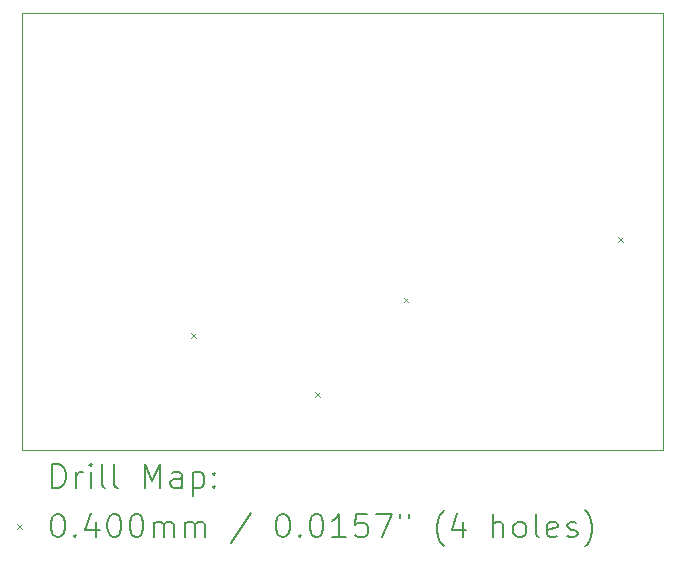
<source format=gbr>
%TF.GenerationSoftware,KiCad,Pcbnew,7.0.10*%
%TF.CreationDate,2024-10-31T16:29:59-04:00*%
%TF.ProjectId,pcb_v1,7063625f-7631-42e6-9b69-6361645f7063,rev?*%
%TF.SameCoordinates,Original*%
%TF.FileFunction,Drillmap*%
%TF.FilePolarity,Positive*%
%FSLAX45Y45*%
G04 Gerber Fmt 4.5, Leading zero omitted, Abs format (unit mm)*
G04 Created by KiCad (PCBNEW 7.0.10) date 2024-10-31 16:29:59*
%MOMM*%
%LPD*%
G01*
G04 APERTURE LIST*
%ADD10C,0.100000*%
%ADD11C,0.200000*%
G04 APERTURE END LIST*
D10*
X10675000Y-8700000D02*
X16100000Y-8700000D01*
X16100000Y-12400000D01*
X10675000Y-12400000D01*
X10675000Y-8700000D01*
D11*
D10*
X12105000Y-11405000D02*
X12145000Y-11445000D01*
X12145000Y-11405000D02*
X12105000Y-11445000D01*
X13155000Y-11905000D02*
X13195000Y-11945000D01*
X13195000Y-11905000D02*
X13155000Y-11945000D01*
X13905000Y-11105000D02*
X13945000Y-11145000D01*
X13945000Y-11105000D02*
X13905000Y-11145000D01*
X15718500Y-10593500D02*
X15758500Y-10633500D01*
X15758500Y-10593500D02*
X15718500Y-10633500D01*
D11*
X10930777Y-12716484D02*
X10930777Y-12516484D01*
X10930777Y-12516484D02*
X10978396Y-12516484D01*
X10978396Y-12516484D02*
X11006967Y-12526008D01*
X11006967Y-12526008D02*
X11026015Y-12545055D01*
X11026015Y-12545055D02*
X11035539Y-12564103D01*
X11035539Y-12564103D02*
X11045063Y-12602198D01*
X11045063Y-12602198D02*
X11045063Y-12630769D01*
X11045063Y-12630769D02*
X11035539Y-12668865D01*
X11035539Y-12668865D02*
X11026015Y-12687912D01*
X11026015Y-12687912D02*
X11006967Y-12706960D01*
X11006967Y-12706960D02*
X10978396Y-12716484D01*
X10978396Y-12716484D02*
X10930777Y-12716484D01*
X11130777Y-12716484D02*
X11130777Y-12583150D01*
X11130777Y-12621246D02*
X11140301Y-12602198D01*
X11140301Y-12602198D02*
X11149824Y-12592674D01*
X11149824Y-12592674D02*
X11168872Y-12583150D01*
X11168872Y-12583150D02*
X11187920Y-12583150D01*
X11254586Y-12716484D02*
X11254586Y-12583150D01*
X11254586Y-12516484D02*
X11245062Y-12526008D01*
X11245062Y-12526008D02*
X11254586Y-12535531D01*
X11254586Y-12535531D02*
X11264110Y-12526008D01*
X11264110Y-12526008D02*
X11254586Y-12516484D01*
X11254586Y-12516484D02*
X11254586Y-12535531D01*
X11378396Y-12716484D02*
X11359348Y-12706960D01*
X11359348Y-12706960D02*
X11349824Y-12687912D01*
X11349824Y-12687912D02*
X11349824Y-12516484D01*
X11483158Y-12716484D02*
X11464110Y-12706960D01*
X11464110Y-12706960D02*
X11454586Y-12687912D01*
X11454586Y-12687912D02*
X11454586Y-12516484D01*
X11711729Y-12716484D02*
X11711729Y-12516484D01*
X11711729Y-12516484D02*
X11778396Y-12659341D01*
X11778396Y-12659341D02*
X11845062Y-12516484D01*
X11845062Y-12516484D02*
X11845062Y-12716484D01*
X12026015Y-12716484D02*
X12026015Y-12611722D01*
X12026015Y-12611722D02*
X12016491Y-12592674D01*
X12016491Y-12592674D02*
X11997443Y-12583150D01*
X11997443Y-12583150D02*
X11959348Y-12583150D01*
X11959348Y-12583150D02*
X11940301Y-12592674D01*
X12026015Y-12706960D02*
X12006967Y-12716484D01*
X12006967Y-12716484D02*
X11959348Y-12716484D01*
X11959348Y-12716484D02*
X11940301Y-12706960D01*
X11940301Y-12706960D02*
X11930777Y-12687912D01*
X11930777Y-12687912D02*
X11930777Y-12668865D01*
X11930777Y-12668865D02*
X11940301Y-12649817D01*
X11940301Y-12649817D02*
X11959348Y-12640293D01*
X11959348Y-12640293D02*
X12006967Y-12640293D01*
X12006967Y-12640293D02*
X12026015Y-12630769D01*
X12121253Y-12583150D02*
X12121253Y-12783150D01*
X12121253Y-12592674D02*
X12140301Y-12583150D01*
X12140301Y-12583150D02*
X12178396Y-12583150D01*
X12178396Y-12583150D02*
X12197443Y-12592674D01*
X12197443Y-12592674D02*
X12206967Y-12602198D01*
X12206967Y-12602198D02*
X12216491Y-12621246D01*
X12216491Y-12621246D02*
X12216491Y-12678388D01*
X12216491Y-12678388D02*
X12206967Y-12697436D01*
X12206967Y-12697436D02*
X12197443Y-12706960D01*
X12197443Y-12706960D02*
X12178396Y-12716484D01*
X12178396Y-12716484D02*
X12140301Y-12716484D01*
X12140301Y-12716484D02*
X12121253Y-12706960D01*
X12302205Y-12697436D02*
X12311729Y-12706960D01*
X12311729Y-12706960D02*
X12302205Y-12716484D01*
X12302205Y-12716484D02*
X12292682Y-12706960D01*
X12292682Y-12706960D02*
X12302205Y-12697436D01*
X12302205Y-12697436D02*
X12302205Y-12716484D01*
X12302205Y-12592674D02*
X12311729Y-12602198D01*
X12311729Y-12602198D02*
X12302205Y-12611722D01*
X12302205Y-12611722D02*
X12292682Y-12602198D01*
X12292682Y-12602198D02*
X12302205Y-12592674D01*
X12302205Y-12592674D02*
X12302205Y-12611722D01*
D10*
X10630000Y-13025000D02*
X10670000Y-13065000D01*
X10670000Y-13025000D02*
X10630000Y-13065000D01*
D11*
X10968872Y-12936484D02*
X10987920Y-12936484D01*
X10987920Y-12936484D02*
X11006967Y-12946008D01*
X11006967Y-12946008D02*
X11016491Y-12955531D01*
X11016491Y-12955531D02*
X11026015Y-12974579D01*
X11026015Y-12974579D02*
X11035539Y-13012674D01*
X11035539Y-13012674D02*
X11035539Y-13060293D01*
X11035539Y-13060293D02*
X11026015Y-13098388D01*
X11026015Y-13098388D02*
X11016491Y-13117436D01*
X11016491Y-13117436D02*
X11006967Y-13126960D01*
X11006967Y-13126960D02*
X10987920Y-13136484D01*
X10987920Y-13136484D02*
X10968872Y-13136484D01*
X10968872Y-13136484D02*
X10949824Y-13126960D01*
X10949824Y-13126960D02*
X10940301Y-13117436D01*
X10940301Y-13117436D02*
X10930777Y-13098388D01*
X10930777Y-13098388D02*
X10921253Y-13060293D01*
X10921253Y-13060293D02*
X10921253Y-13012674D01*
X10921253Y-13012674D02*
X10930777Y-12974579D01*
X10930777Y-12974579D02*
X10940301Y-12955531D01*
X10940301Y-12955531D02*
X10949824Y-12946008D01*
X10949824Y-12946008D02*
X10968872Y-12936484D01*
X11121253Y-13117436D02*
X11130777Y-13126960D01*
X11130777Y-13126960D02*
X11121253Y-13136484D01*
X11121253Y-13136484D02*
X11111729Y-13126960D01*
X11111729Y-13126960D02*
X11121253Y-13117436D01*
X11121253Y-13117436D02*
X11121253Y-13136484D01*
X11302205Y-13003150D02*
X11302205Y-13136484D01*
X11254586Y-12926960D02*
X11206967Y-13069817D01*
X11206967Y-13069817D02*
X11330777Y-13069817D01*
X11445062Y-12936484D02*
X11464110Y-12936484D01*
X11464110Y-12936484D02*
X11483158Y-12946008D01*
X11483158Y-12946008D02*
X11492682Y-12955531D01*
X11492682Y-12955531D02*
X11502205Y-12974579D01*
X11502205Y-12974579D02*
X11511729Y-13012674D01*
X11511729Y-13012674D02*
X11511729Y-13060293D01*
X11511729Y-13060293D02*
X11502205Y-13098388D01*
X11502205Y-13098388D02*
X11492682Y-13117436D01*
X11492682Y-13117436D02*
X11483158Y-13126960D01*
X11483158Y-13126960D02*
X11464110Y-13136484D01*
X11464110Y-13136484D02*
X11445062Y-13136484D01*
X11445062Y-13136484D02*
X11426015Y-13126960D01*
X11426015Y-13126960D02*
X11416491Y-13117436D01*
X11416491Y-13117436D02*
X11406967Y-13098388D01*
X11406967Y-13098388D02*
X11397443Y-13060293D01*
X11397443Y-13060293D02*
X11397443Y-13012674D01*
X11397443Y-13012674D02*
X11406967Y-12974579D01*
X11406967Y-12974579D02*
X11416491Y-12955531D01*
X11416491Y-12955531D02*
X11426015Y-12946008D01*
X11426015Y-12946008D02*
X11445062Y-12936484D01*
X11635539Y-12936484D02*
X11654586Y-12936484D01*
X11654586Y-12936484D02*
X11673634Y-12946008D01*
X11673634Y-12946008D02*
X11683158Y-12955531D01*
X11683158Y-12955531D02*
X11692682Y-12974579D01*
X11692682Y-12974579D02*
X11702205Y-13012674D01*
X11702205Y-13012674D02*
X11702205Y-13060293D01*
X11702205Y-13060293D02*
X11692682Y-13098388D01*
X11692682Y-13098388D02*
X11683158Y-13117436D01*
X11683158Y-13117436D02*
X11673634Y-13126960D01*
X11673634Y-13126960D02*
X11654586Y-13136484D01*
X11654586Y-13136484D02*
X11635539Y-13136484D01*
X11635539Y-13136484D02*
X11616491Y-13126960D01*
X11616491Y-13126960D02*
X11606967Y-13117436D01*
X11606967Y-13117436D02*
X11597443Y-13098388D01*
X11597443Y-13098388D02*
X11587920Y-13060293D01*
X11587920Y-13060293D02*
X11587920Y-13012674D01*
X11587920Y-13012674D02*
X11597443Y-12974579D01*
X11597443Y-12974579D02*
X11606967Y-12955531D01*
X11606967Y-12955531D02*
X11616491Y-12946008D01*
X11616491Y-12946008D02*
X11635539Y-12936484D01*
X11787920Y-13136484D02*
X11787920Y-13003150D01*
X11787920Y-13022198D02*
X11797443Y-13012674D01*
X11797443Y-13012674D02*
X11816491Y-13003150D01*
X11816491Y-13003150D02*
X11845063Y-13003150D01*
X11845063Y-13003150D02*
X11864110Y-13012674D01*
X11864110Y-13012674D02*
X11873634Y-13031722D01*
X11873634Y-13031722D02*
X11873634Y-13136484D01*
X11873634Y-13031722D02*
X11883158Y-13012674D01*
X11883158Y-13012674D02*
X11902205Y-13003150D01*
X11902205Y-13003150D02*
X11930777Y-13003150D01*
X11930777Y-13003150D02*
X11949824Y-13012674D01*
X11949824Y-13012674D02*
X11959348Y-13031722D01*
X11959348Y-13031722D02*
X11959348Y-13136484D01*
X12054586Y-13136484D02*
X12054586Y-13003150D01*
X12054586Y-13022198D02*
X12064110Y-13012674D01*
X12064110Y-13012674D02*
X12083158Y-13003150D01*
X12083158Y-13003150D02*
X12111729Y-13003150D01*
X12111729Y-13003150D02*
X12130777Y-13012674D01*
X12130777Y-13012674D02*
X12140301Y-13031722D01*
X12140301Y-13031722D02*
X12140301Y-13136484D01*
X12140301Y-13031722D02*
X12149824Y-13012674D01*
X12149824Y-13012674D02*
X12168872Y-13003150D01*
X12168872Y-13003150D02*
X12197443Y-13003150D01*
X12197443Y-13003150D02*
X12216491Y-13012674D01*
X12216491Y-13012674D02*
X12226015Y-13031722D01*
X12226015Y-13031722D02*
X12226015Y-13136484D01*
X12616491Y-12926960D02*
X12445063Y-13184103D01*
X12873634Y-12936484D02*
X12892682Y-12936484D01*
X12892682Y-12936484D02*
X12911729Y-12946008D01*
X12911729Y-12946008D02*
X12921253Y-12955531D01*
X12921253Y-12955531D02*
X12930777Y-12974579D01*
X12930777Y-12974579D02*
X12940301Y-13012674D01*
X12940301Y-13012674D02*
X12940301Y-13060293D01*
X12940301Y-13060293D02*
X12930777Y-13098388D01*
X12930777Y-13098388D02*
X12921253Y-13117436D01*
X12921253Y-13117436D02*
X12911729Y-13126960D01*
X12911729Y-13126960D02*
X12892682Y-13136484D01*
X12892682Y-13136484D02*
X12873634Y-13136484D01*
X12873634Y-13136484D02*
X12854586Y-13126960D01*
X12854586Y-13126960D02*
X12845063Y-13117436D01*
X12845063Y-13117436D02*
X12835539Y-13098388D01*
X12835539Y-13098388D02*
X12826015Y-13060293D01*
X12826015Y-13060293D02*
X12826015Y-13012674D01*
X12826015Y-13012674D02*
X12835539Y-12974579D01*
X12835539Y-12974579D02*
X12845063Y-12955531D01*
X12845063Y-12955531D02*
X12854586Y-12946008D01*
X12854586Y-12946008D02*
X12873634Y-12936484D01*
X13026015Y-13117436D02*
X13035539Y-13126960D01*
X13035539Y-13126960D02*
X13026015Y-13136484D01*
X13026015Y-13136484D02*
X13016491Y-13126960D01*
X13016491Y-13126960D02*
X13026015Y-13117436D01*
X13026015Y-13117436D02*
X13026015Y-13136484D01*
X13159348Y-12936484D02*
X13178396Y-12936484D01*
X13178396Y-12936484D02*
X13197444Y-12946008D01*
X13197444Y-12946008D02*
X13206967Y-12955531D01*
X13206967Y-12955531D02*
X13216491Y-12974579D01*
X13216491Y-12974579D02*
X13226015Y-13012674D01*
X13226015Y-13012674D02*
X13226015Y-13060293D01*
X13226015Y-13060293D02*
X13216491Y-13098388D01*
X13216491Y-13098388D02*
X13206967Y-13117436D01*
X13206967Y-13117436D02*
X13197444Y-13126960D01*
X13197444Y-13126960D02*
X13178396Y-13136484D01*
X13178396Y-13136484D02*
X13159348Y-13136484D01*
X13159348Y-13136484D02*
X13140301Y-13126960D01*
X13140301Y-13126960D02*
X13130777Y-13117436D01*
X13130777Y-13117436D02*
X13121253Y-13098388D01*
X13121253Y-13098388D02*
X13111729Y-13060293D01*
X13111729Y-13060293D02*
X13111729Y-13012674D01*
X13111729Y-13012674D02*
X13121253Y-12974579D01*
X13121253Y-12974579D02*
X13130777Y-12955531D01*
X13130777Y-12955531D02*
X13140301Y-12946008D01*
X13140301Y-12946008D02*
X13159348Y-12936484D01*
X13416491Y-13136484D02*
X13302206Y-13136484D01*
X13359348Y-13136484D02*
X13359348Y-12936484D01*
X13359348Y-12936484D02*
X13340301Y-12965055D01*
X13340301Y-12965055D02*
X13321253Y-12984103D01*
X13321253Y-12984103D02*
X13302206Y-12993627D01*
X13597444Y-12936484D02*
X13502206Y-12936484D01*
X13502206Y-12936484D02*
X13492682Y-13031722D01*
X13492682Y-13031722D02*
X13502206Y-13022198D01*
X13502206Y-13022198D02*
X13521253Y-13012674D01*
X13521253Y-13012674D02*
X13568872Y-13012674D01*
X13568872Y-13012674D02*
X13587920Y-13022198D01*
X13587920Y-13022198D02*
X13597444Y-13031722D01*
X13597444Y-13031722D02*
X13606967Y-13050769D01*
X13606967Y-13050769D02*
X13606967Y-13098388D01*
X13606967Y-13098388D02*
X13597444Y-13117436D01*
X13597444Y-13117436D02*
X13587920Y-13126960D01*
X13587920Y-13126960D02*
X13568872Y-13136484D01*
X13568872Y-13136484D02*
X13521253Y-13136484D01*
X13521253Y-13136484D02*
X13502206Y-13126960D01*
X13502206Y-13126960D02*
X13492682Y-13117436D01*
X13673634Y-12936484D02*
X13806967Y-12936484D01*
X13806967Y-12936484D02*
X13721253Y-13136484D01*
X13873634Y-12936484D02*
X13873634Y-12974579D01*
X13949825Y-12936484D02*
X13949825Y-12974579D01*
X14245063Y-13212674D02*
X14235539Y-13203150D01*
X14235539Y-13203150D02*
X14216491Y-13174579D01*
X14216491Y-13174579D02*
X14206968Y-13155531D01*
X14206968Y-13155531D02*
X14197444Y-13126960D01*
X14197444Y-13126960D02*
X14187920Y-13079341D01*
X14187920Y-13079341D02*
X14187920Y-13041246D01*
X14187920Y-13041246D02*
X14197444Y-12993627D01*
X14197444Y-12993627D02*
X14206968Y-12965055D01*
X14206968Y-12965055D02*
X14216491Y-12946008D01*
X14216491Y-12946008D02*
X14235539Y-12917436D01*
X14235539Y-12917436D02*
X14245063Y-12907912D01*
X14406968Y-13003150D02*
X14406968Y-13136484D01*
X14359348Y-12926960D02*
X14311729Y-13069817D01*
X14311729Y-13069817D02*
X14435539Y-13069817D01*
X14664110Y-13136484D02*
X14664110Y-12936484D01*
X14749825Y-13136484D02*
X14749825Y-13031722D01*
X14749825Y-13031722D02*
X14740301Y-13012674D01*
X14740301Y-13012674D02*
X14721253Y-13003150D01*
X14721253Y-13003150D02*
X14692682Y-13003150D01*
X14692682Y-13003150D02*
X14673634Y-13012674D01*
X14673634Y-13012674D02*
X14664110Y-13022198D01*
X14873634Y-13136484D02*
X14854587Y-13126960D01*
X14854587Y-13126960D02*
X14845063Y-13117436D01*
X14845063Y-13117436D02*
X14835539Y-13098388D01*
X14835539Y-13098388D02*
X14835539Y-13041246D01*
X14835539Y-13041246D02*
X14845063Y-13022198D01*
X14845063Y-13022198D02*
X14854587Y-13012674D01*
X14854587Y-13012674D02*
X14873634Y-13003150D01*
X14873634Y-13003150D02*
X14902206Y-13003150D01*
X14902206Y-13003150D02*
X14921253Y-13012674D01*
X14921253Y-13012674D02*
X14930777Y-13022198D01*
X14930777Y-13022198D02*
X14940301Y-13041246D01*
X14940301Y-13041246D02*
X14940301Y-13098388D01*
X14940301Y-13098388D02*
X14930777Y-13117436D01*
X14930777Y-13117436D02*
X14921253Y-13126960D01*
X14921253Y-13126960D02*
X14902206Y-13136484D01*
X14902206Y-13136484D02*
X14873634Y-13136484D01*
X15054587Y-13136484D02*
X15035539Y-13126960D01*
X15035539Y-13126960D02*
X15026015Y-13107912D01*
X15026015Y-13107912D02*
X15026015Y-12936484D01*
X15206968Y-13126960D02*
X15187920Y-13136484D01*
X15187920Y-13136484D02*
X15149825Y-13136484D01*
X15149825Y-13136484D02*
X15130777Y-13126960D01*
X15130777Y-13126960D02*
X15121253Y-13107912D01*
X15121253Y-13107912D02*
X15121253Y-13031722D01*
X15121253Y-13031722D02*
X15130777Y-13012674D01*
X15130777Y-13012674D02*
X15149825Y-13003150D01*
X15149825Y-13003150D02*
X15187920Y-13003150D01*
X15187920Y-13003150D02*
X15206968Y-13012674D01*
X15206968Y-13012674D02*
X15216491Y-13031722D01*
X15216491Y-13031722D02*
X15216491Y-13050769D01*
X15216491Y-13050769D02*
X15121253Y-13069817D01*
X15292682Y-13126960D02*
X15311730Y-13136484D01*
X15311730Y-13136484D02*
X15349825Y-13136484D01*
X15349825Y-13136484D02*
X15368872Y-13126960D01*
X15368872Y-13126960D02*
X15378396Y-13107912D01*
X15378396Y-13107912D02*
X15378396Y-13098388D01*
X15378396Y-13098388D02*
X15368872Y-13079341D01*
X15368872Y-13079341D02*
X15349825Y-13069817D01*
X15349825Y-13069817D02*
X15321253Y-13069817D01*
X15321253Y-13069817D02*
X15302206Y-13060293D01*
X15302206Y-13060293D02*
X15292682Y-13041246D01*
X15292682Y-13041246D02*
X15292682Y-13031722D01*
X15292682Y-13031722D02*
X15302206Y-13012674D01*
X15302206Y-13012674D02*
X15321253Y-13003150D01*
X15321253Y-13003150D02*
X15349825Y-13003150D01*
X15349825Y-13003150D02*
X15368872Y-13012674D01*
X15445063Y-13212674D02*
X15454587Y-13203150D01*
X15454587Y-13203150D02*
X15473634Y-13174579D01*
X15473634Y-13174579D02*
X15483158Y-13155531D01*
X15483158Y-13155531D02*
X15492682Y-13126960D01*
X15492682Y-13126960D02*
X15502206Y-13079341D01*
X15502206Y-13079341D02*
X15502206Y-13041246D01*
X15502206Y-13041246D02*
X15492682Y-12993627D01*
X15492682Y-12993627D02*
X15483158Y-12965055D01*
X15483158Y-12965055D02*
X15473634Y-12946008D01*
X15473634Y-12946008D02*
X15454587Y-12917436D01*
X15454587Y-12917436D02*
X15445063Y-12907912D01*
M02*

</source>
